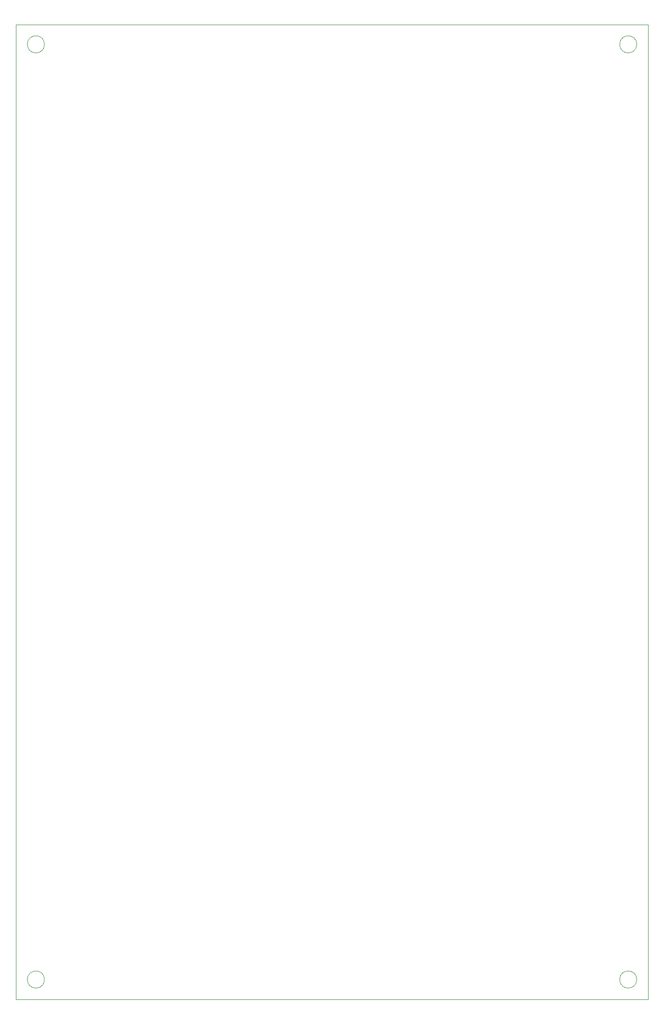
<source format=gm1>
%TF.GenerationSoftware,KiCad,Pcbnew,9.0.0*%
%TF.CreationDate,2025-04-09T12:56:57-04:00*%
%TF.ProjectId,Network_and_Switch,4e657477-6f72-46b5-9f61-6e645f537769,rev?*%
%TF.SameCoordinates,Original*%
%TF.FileFunction,Profile,NP*%
%FSLAX46Y46*%
G04 Gerber Fmt 4.6, Leading zero omitted, Abs format (unit mm)*
G04 Created by KiCad (PCBNEW 9.0.0) date 2025-04-09 12:56:57*
%MOMM*%
%LPD*%
G01*
G04 APERTURE LIST*
%TA.AperFunction,Profile*%
%ADD10C,0.050000*%
%TD*%
G04 APERTURE END LIST*
D10*
X36500000Y-20500000D02*
X147500000Y-20500000D01*
X147500000Y-191500000D01*
X36500000Y-191500000D01*
X36500000Y-20500000D01*
X41500000Y-24000000D02*
G75*
G02*
X38500000Y-24000000I-1500000J0D01*
G01*
X38500000Y-24000000D02*
G75*
G02*
X41500000Y-24000000I1500000J0D01*
G01*
X145500000Y-24000000D02*
G75*
G02*
X142500000Y-24000000I-1500000J0D01*
G01*
X142500000Y-24000000D02*
G75*
G02*
X145500000Y-24000000I1500000J0D01*
G01*
X41500000Y-188000000D02*
G75*
G02*
X38500000Y-188000000I-1500000J0D01*
G01*
X38500000Y-188000000D02*
G75*
G02*
X41500000Y-188000000I1500000J0D01*
G01*
X145500000Y-188000000D02*
G75*
G02*
X142500000Y-188000000I-1500000J0D01*
G01*
X142500000Y-188000000D02*
G75*
G02*
X145500000Y-188000000I1500000J0D01*
G01*
M02*

</source>
